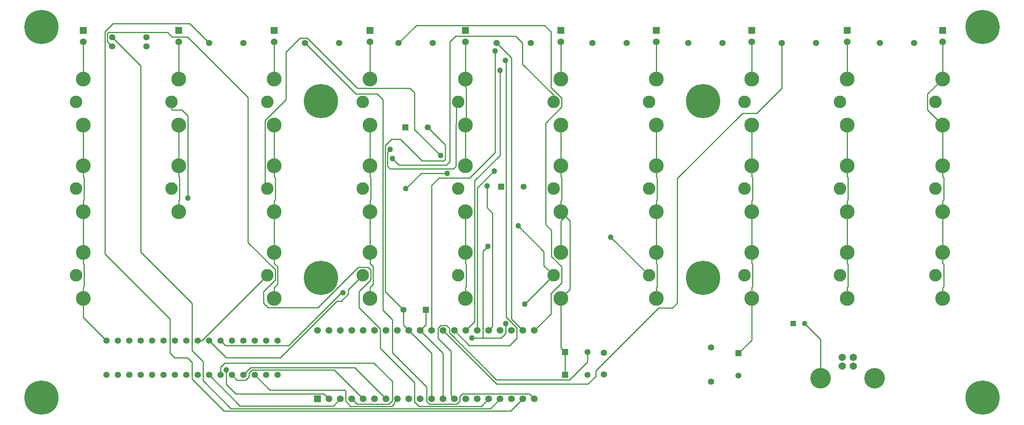
<source format=gbl>
%FSLAX23Y23*%
%MOIN*%
G70*
G01*
G75*
G04 Layer_Physical_Order=2*
%ADD10R,0.059X0.012*%
%ADD11O,0.059X0.012*%
%ADD12C,0.010*%
%ADD13C,0.300*%
%ADD14C,0.130*%
%ADD15C,0.110*%
%ADD16R,0.059X0.059*%
%ADD17C,0.059*%
%ADD18C,0.055*%
%ADD19R,0.053X0.053*%
%ADD20C,0.053*%
%ADD21C,0.047*%
%ADD22R,0.047X0.047*%
%ADD23R,0.059X0.059*%
%ADD24C,0.059*%
%ADD25C,0.065*%
%ADD26C,0.180*%
%ADD27C,0.050*%
D12*
X4670Y1840D02*
Y3114D01*
X4735Y3179D01*
X5004D01*
X5225Y3400D01*
Y4292D01*
X4770Y1840D02*
X5239Y1371D01*
X6040D01*
X6108Y1439D01*
Y1488D01*
X6659Y2039D01*
X6782D01*
X6823Y2080D01*
Y3173D01*
X7396Y3746D01*
X7520D01*
X7740Y3966D01*
Y4360D01*
X4870Y1840D02*
X5001Y1709D01*
X5354D01*
X5415Y1770D01*
X5322Y1958D02*
Y4201D01*
X5415Y1770D02*
Y1865D01*
X5322Y1958D02*
X5415Y1865D01*
X5316Y4207D02*
X5322Y4201D01*
X4970Y1840D02*
X5047Y1917D01*
Y3154D01*
X5269Y3376D01*
Y4121D01*
X5240Y4360D02*
X5368Y4232D01*
Y1942D02*
Y4232D01*
Y1942D02*
X5470Y1840D01*
X5668Y2770D02*
Y3659D01*
X5570Y1840D02*
X5715Y1985D01*
X5668Y3659D02*
X5809Y3800D01*
X4380Y4360D02*
X4535Y4515D01*
X5661D01*
X5716Y4460D01*
X5715Y1985D02*
Y2165D01*
X5809Y2259D01*
Y2400D01*
X5721Y2488D02*
X5809Y2400D01*
X5721Y2488D02*
Y2717D01*
X5716Y3971D02*
Y4460D01*
X5668Y2770D02*
X5721Y2717D01*
X5716Y3971D02*
X5809Y3878D01*
Y3800D02*
Y3878D01*
X4325Y1645D02*
Y1934D01*
X4242Y2017D02*
Y3864D01*
X4325Y1645D02*
X4625Y1345D01*
X4242Y2017D02*
X4325Y1934D01*
X3560Y4360D02*
X4007Y3913D01*
X4193D01*
X4242Y3864D01*
X4650Y1195D02*
X4890D01*
X4625Y1220D02*
X4650Y1195D01*
X4890D02*
X4915Y1220D01*
Y1260D01*
X4625Y1220D02*
Y1345D01*
X4915Y1260D02*
X4940Y1285D01*
X5525D01*
X5570Y1240D01*
X2377Y1640D02*
Y1940D01*
X2417Y1600D02*
X2530D01*
X2377Y1640D02*
X2417Y1600D01*
X1807Y2510D02*
Y4461D01*
X1876Y4530D01*
X1807Y2510D02*
X2377Y1940D01*
X1876Y4530D02*
X2550D01*
X2851Y1134D02*
X5364D01*
X2570Y1415D02*
X2851Y1134D01*
X5364D02*
X5470Y1240D01*
X2570Y1415D02*
Y1560D01*
X2530Y1600D02*
X2570Y1560D01*
X2550Y4530D02*
X2720Y4360D01*
X3195Y2080D02*
Y2181D01*
X2528Y4415D02*
X3060Y3883D01*
Y2611D02*
Y3883D01*
X3195Y2080D02*
X3235Y2040D01*
X3673D01*
X3060Y2611D02*
X3298Y2373D01*
X3195Y2181D02*
X3298Y2284D01*
X1827Y4373D02*
X1870Y4330D01*
X1827Y4373D02*
Y4440D01*
X1840Y4453D01*
X2394Y4415D02*
X2528D01*
X1840Y4453D02*
X2356D01*
X2394Y4415D01*
X4520Y1214D02*
Y1386D01*
X4220Y1686D02*
X4520Y1386D01*
X4220Y1686D02*
Y1853D01*
X4520Y1214D02*
X4559Y1175D01*
X5105D01*
X5170Y1240D01*
X3298Y2284D02*
Y2373D01*
X4033Y2040D02*
Y2182D01*
X3673Y2040D02*
X4026Y2393D01*
X4112D01*
X4033Y2040D02*
X4220Y1853D01*
X4033Y2182D02*
X4135Y2284D01*
X4112Y2393D02*
X4135Y2370D01*
Y2284D02*
Y2370D01*
X2570Y1663D02*
Y2078D01*
X2119Y2529D02*
X2570Y2078D01*
X2119Y2529D02*
Y4161D01*
X1870Y4410D02*
X2119Y4161D01*
X2665Y1400D02*
X2910Y1155D01*
X5185D01*
X5270Y1240D01*
X2665Y1400D02*
Y1568D01*
X2570Y1663D02*
X2665Y1568D01*
X4838Y1272D02*
Y1658D01*
X4725Y1771D02*
X4838Y1658D01*
Y1272D02*
X4870Y1240D01*
X4825Y1820D02*
X5237Y1408D01*
X4725Y1771D02*
Y1860D01*
X4750Y1885D01*
X4825Y1820D02*
Y1860D01*
X4750Y1885D02*
X4800D01*
X4825Y1860D01*
X5237Y1408D02*
X5880D01*
X6037Y1565D01*
Y1650D01*
X1617Y1953D02*
X1820Y1750D01*
X1617Y1953D02*
Y2120D01*
Y2217D01*
X1624Y2224D01*
X1617Y2427D02*
X1624Y2420D01*
X1617Y2427D02*
Y2526D01*
Y2880D01*
X3291Y2120D02*
Y2217D01*
X1624Y2224D02*
Y2420D01*
X3291Y2217D02*
X3318Y2244D01*
X3291Y2427D02*
X3318Y2400D01*
Y2244D02*
Y2400D01*
X1617Y2880D02*
Y2977D01*
X2454Y2880D02*
Y2977D01*
X3291Y2427D02*
Y2526D01*
Y2880D01*
X4128Y2120D02*
Y2217D01*
X4570Y1840D02*
X4620Y1890D01*
X4570Y1840D02*
X4770Y1640D01*
Y1240D02*
Y1640D01*
X4620Y1890D02*
Y2020D01*
X4128Y2217D02*
X4155Y2244D01*
X4128Y2427D02*
X4155Y2400D01*
X4965Y2120D02*
Y2217D01*
X4155Y2244D02*
Y2400D01*
X4965Y2217D02*
X4972Y2224D01*
X4965Y2427D02*
X4972Y2420D01*
Y2224D02*
Y2420D01*
X4128Y2427D02*
Y2526D01*
Y2880D01*
X4965Y2427D02*
Y2526D01*
Y2880D01*
X1617Y2977D02*
X1624Y2984D01*
Y3180D01*
X2454Y2977D02*
X2461Y2984D01*
X1617Y3187D02*
X1624Y3180D01*
X2454Y3187D02*
X2461Y3180D01*
X1617Y3187D02*
Y3286D01*
Y3640D01*
X2454Y3187D02*
Y3286D01*
X3291Y2880D02*
Y2977D01*
X2461Y2984D02*
Y3180D01*
X4128Y2880D02*
Y2977D01*
X3291D02*
X3298Y2984D01*
Y3180D01*
X3291Y3187D02*
Y3286D01*
X2454D02*
Y3640D01*
X3291Y3187D02*
X3298Y3180D01*
X4128Y3187D02*
Y3286D01*
X1617Y4046D02*
Y4370D01*
X3291Y3286D02*
Y3640D01*
X2454Y4046D02*
Y4370D01*
X3291Y4046D02*
Y4370D01*
X4128Y2977D02*
X4135Y2984D01*
Y3180D01*
X4128Y3187D02*
X4135Y3180D01*
X4128Y3286D02*
Y3640D01*
Y4046D02*
Y4370D01*
X4965Y3286D02*
Y3640D01*
X4972D01*
Y3965D01*
X4965Y3972D02*
X4972Y3965D01*
X4965Y3972D02*
Y4046D01*
Y4370D01*
X5840Y1450D02*
Y1650D01*
X5802Y1688D02*
Y2120D01*
Y1688D02*
X5840Y1650D01*
X5802Y2120D02*
X5882Y2200D01*
X6639Y2120D02*
Y2217D01*
X7360Y1640D02*
X7476Y1756D01*
Y2120D01*
X6639Y2217D02*
X6646Y2224D01*
X7476Y2120D02*
Y2217D01*
X7483Y2224D01*
X5802Y2526D02*
Y2800D01*
X5842Y2840D01*
X5882Y2200D02*
Y2800D01*
X5842Y2840D02*
X5882Y2800D01*
X6646Y2224D02*
Y2420D01*
X6639Y2427D02*
X6646Y2420D01*
X7483Y2224D02*
Y2420D01*
X6639Y2427D02*
Y2526D01*
Y2880D01*
X7476Y2427D02*
X7483Y2420D01*
X7476Y2427D02*
Y2526D01*
Y2880D01*
X8080Y1420D02*
Y1760D01*
X7940Y1900D02*
X8080Y1760D01*
X8313Y2120D02*
Y2217D01*
X8320Y2224D01*
X8313Y2427D02*
X8320Y2420D01*
X8313Y2427D02*
Y2526D01*
X9150Y2120D02*
Y2217D01*
X8320Y2224D02*
Y2420D01*
X9150Y2217D02*
X9158Y2225D01*
Y2420D01*
X9150Y2428D02*
Y2526D01*
X8313D02*
Y2880D01*
X9150Y2526D02*
Y2880D01*
Y2428D02*
X9158Y2420D01*
X5802Y2880D02*
X5842Y2840D01*
X5802Y2880D02*
Y2977D01*
X6639Y2880D02*
Y2977D01*
X5802D02*
X5809Y2984D01*
X7476Y2880D02*
Y2977D01*
X5809Y2984D02*
Y3180D01*
X6639Y2977D02*
X6646Y2984D01*
X5802Y3187D02*
Y3286D01*
Y3640D01*
Y3187D02*
X5809Y3180D01*
X5802Y4046D02*
Y4370D01*
X6639Y3187D02*
Y3286D01*
Y3640D01*
X6646Y2984D02*
Y3180D01*
X6639Y3187D02*
X6646Y3180D01*
X6639Y4046D02*
Y4370D01*
X7476Y2977D02*
X7483Y2984D01*
Y3180D01*
X8313Y2880D02*
Y2977D01*
X7476Y3187D02*
X7483Y3180D01*
X8313Y2977D02*
X8320Y2984D01*
X7476Y3187D02*
Y3286D01*
Y3640D01*
X8313Y3187D02*
X8320Y3180D01*
X9150Y2880D02*
Y2977D01*
X8320Y2984D02*
Y3180D01*
X9150Y2977D02*
X9158Y2985D01*
X9150Y3188D02*
X9158Y3180D01*
Y2985D02*
Y3180D01*
X8313Y3187D02*
Y3286D01*
Y3640D01*
X9150Y3188D02*
Y3286D01*
Y3640D01*
X7476Y4046D02*
Y4370D01*
X9017Y3773D02*
X9150Y3640D01*
X9017Y3773D02*
Y3913D01*
X9150Y4046D01*
X8313D02*
Y4370D01*
X9150Y4046D02*
Y4370D01*
X4423Y1887D02*
X4470Y1840D01*
X4423Y1887D02*
Y2020D01*
X4470Y1840D02*
X4670Y1640D01*
Y1240D02*
Y1640D01*
X4262Y2181D02*
X4423Y2020D01*
X4262Y2181D02*
Y3461D01*
X4320Y3519D01*
X4397D02*
X4587Y3329D01*
X4320Y3519D02*
X4397D01*
X4587Y3329D02*
X4777D01*
X4788Y3340D01*
X4637Y3620D02*
X4788Y3469D01*
Y3340D02*
Y3469D01*
X2870Y1367D02*
X2952Y1285D01*
X3725D02*
X3770Y1240D01*
X2870Y1367D02*
Y1493D01*
X2952Y1285D02*
X3725D01*
X4282Y3280D02*
Y3405D01*
X4303Y3259D02*
X4863D01*
X4282Y3280D02*
X4303Y3259D01*
X4282Y3405D02*
X4306Y3429D01*
X4863Y3259D02*
X4884Y3280D01*
Y3650D01*
X4885Y3651D01*
Y3843D01*
X4902D01*
X4326Y3348D02*
X4384Y3290D01*
X4800D01*
X4831Y3321D01*
X5739Y3843D02*
Y3903D01*
X4831Y3321D02*
Y4371D01*
X5466Y4176D02*
X5739Y3903D01*
X4831Y4371D02*
X4880Y4420D01*
X5406D01*
X5466Y4176D02*
Y4360D01*
X5406Y4420D02*
X5466Y4360D01*
X2620Y1750D02*
X2655D01*
X3228Y2323D01*
X2720Y1750D02*
X2870Y1600D01*
X3342D01*
X3841Y2099D01*
X3878D01*
X3939Y2160D01*
Y2197D02*
X4065Y2323D01*
X3939Y2160D02*
Y2197D01*
X2820Y1750D02*
X2863Y1707D01*
X3416D01*
X3879Y2170D01*
X3892D01*
X5487Y2071D02*
X5739Y2323D01*
X5654Y2408D02*
X5739Y2323D01*
X5654Y2408D02*
Y2531D01*
X5428Y2757D02*
X5654Y2531D01*
X6240Y2659D02*
X6576Y2323D01*
X5023Y1776D02*
X5120D01*
X5280D01*
X5120D02*
Y2535D01*
X5164Y2579D01*
X5280Y1776D02*
X5320Y1816D01*
Y1900D01*
X3210Y3083D02*
X3228D01*
X3210D02*
Y3680D01*
X3394Y3864D01*
Y4280D01*
X3517Y4403D01*
X3580D01*
X4018Y3965D01*
X4521Y3600D02*
Y3924D01*
X4018Y3965D02*
X4480D01*
X4521Y3924D01*
Y3600D02*
X4748Y3373D01*
X4444Y3083D02*
X4580Y3219D01*
X4805D01*
X2391Y3773D02*
Y3843D01*
Y3773D02*
X2481D01*
X2534Y3720D01*
Y3002D02*
Y3720D01*
X2720Y1450D02*
X2991Y1179D01*
X3809D01*
X3870Y1240D01*
X2820Y1450D02*
Y1519D01*
X2855Y1554D01*
X3970Y1240D02*
X4015Y1195D01*
X4297D01*
X4325Y1223D01*
X2855Y1554D02*
X4164D01*
X4325Y1223D02*
Y1393D01*
X4164Y1554D02*
X4325Y1393D01*
X2920Y1450D02*
X2964Y1406D01*
X3040D01*
X3817Y1493D02*
X4070Y1240D01*
X3040Y1406D02*
X3070Y1436D01*
Y1468D01*
X3095Y1493D01*
X3817D01*
X3997Y1513D02*
X4270Y1240D01*
X3020Y1450D02*
X3083Y1513D01*
X3997D01*
X3251Y1319D02*
X3911D01*
X3120Y1450D02*
X3251Y1319D01*
X3960Y1175D02*
X4320D01*
X3915Y1220D02*
X3960Y1175D01*
X4320D02*
X4342Y1197D01*
Y1212D01*
X3915Y1220D02*
Y1315D01*
X3911Y1319D02*
X3915Y1315D01*
X4342Y1212D02*
X4370Y1240D01*
X5170Y1840D02*
X5204Y1874D01*
Y2869D01*
X5155Y2918D02*
X5204Y2869D01*
X5155Y2918D02*
Y3108D01*
X5070Y1840D02*
Y3090D01*
X5219Y3239D01*
D13*
X1250Y1250D02*
D03*
X3700Y2300D02*
D03*
X1250Y4500D02*
D03*
X3700Y3850D02*
D03*
X7050Y2300D02*
D03*
X9500Y1250D02*
D03*
X7050Y3850D02*
D03*
X9500Y4500D02*
D03*
D14*
X2454Y3286D02*
D03*
Y2880D02*
D03*
Y4046D02*
D03*
Y3640D02*
D03*
X1617Y2526D02*
D03*
Y2120D02*
D03*
Y3286D02*
D03*
Y2880D02*
D03*
X9150Y3286D02*
D03*
Y2880D02*
D03*
X8313Y3286D02*
D03*
Y2880D02*
D03*
X7476Y3286D02*
D03*
Y2880D02*
D03*
X6639Y3286D02*
D03*
Y2880D02*
D03*
X5802Y3286D02*
D03*
Y2880D02*
D03*
X4965Y3286D02*
D03*
Y2880D02*
D03*
X4128Y3286D02*
D03*
Y2880D02*
D03*
X3291Y3286D02*
D03*
Y2880D02*
D03*
X1617Y3640D02*
D03*
Y4046D02*
D03*
X9150Y2526D02*
D03*
Y2120D02*
D03*
X8313Y2526D02*
D03*
Y2120D02*
D03*
X7476Y2526D02*
D03*
Y2120D02*
D03*
X6639Y2526D02*
D03*
Y2120D02*
D03*
X5802Y2526D02*
D03*
Y2120D02*
D03*
X4965Y2526D02*
D03*
Y2120D02*
D03*
X4128Y2526D02*
D03*
Y2120D02*
D03*
X3291Y2526D02*
D03*
Y2120D02*
D03*
X9150Y4046D02*
D03*
Y3640D02*
D03*
X8313Y4046D02*
D03*
Y3640D02*
D03*
X7476Y4046D02*
D03*
Y3640D02*
D03*
X6639Y4046D02*
D03*
Y3640D02*
D03*
X5802Y4046D02*
D03*
Y3640D02*
D03*
X4965Y4046D02*
D03*
Y3640D02*
D03*
X4128Y4046D02*
D03*
Y3640D02*
D03*
X3291Y4046D02*
D03*
Y3640D02*
D03*
D15*
X2391Y3083D02*
D03*
Y3843D02*
D03*
X1554Y2323D02*
D03*
Y3083D02*
D03*
X9087D02*
D03*
X8250D02*
D03*
X7413D02*
D03*
X6576D02*
D03*
X5739D02*
D03*
X4902D02*
D03*
X4065D02*
D03*
X3228D02*
D03*
X1554Y3843D02*
D03*
X9087Y2323D02*
D03*
X8250D02*
D03*
X7413D02*
D03*
X6576D02*
D03*
X5739D02*
D03*
X4902D02*
D03*
X4065D02*
D03*
X3228D02*
D03*
X9087Y3843D02*
D03*
X8250D02*
D03*
X7413D02*
D03*
X6576D02*
D03*
X5739D02*
D03*
X4902D02*
D03*
X4065D02*
D03*
X3228D02*
D03*
D16*
X1617Y4470D02*
D03*
X2454D02*
D03*
X3291D02*
D03*
X4128D02*
D03*
X4965D02*
D03*
X5802D02*
D03*
X6639D02*
D03*
X7476D02*
D03*
X8313D02*
D03*
X9150D02*
D03*
D17*
X1617Y4370D02*
D03*
X2454D02*
D03*
X3291D02*
D03*
X4128D02*
D03*
X4965D02*
D03*
X5802D02*
D03*
X6639D02*
D03*
X7476D02*
D03*
X8313D02*
D03*
X9150D02*
D03*
D18*
X1870Y4410D02*
D03*
X2170D02*
D03*
X1870Y4330D02*
D03*
X2170D02*
D03*
X2720Y4360D02*
D03*
X3020D02*
D03*
X3560D02*
D03*
X3860D02*
D03*
X4380D02*
D03*
X4680D02*
D03*
X5240D02*
D03*
X5540D02*
D03*
X6080D02*
D03*
X6380D02*
D03*
X6920D02*
D03*
X7220D02*
D03*
X7740D02*
D03*
X8040D02*
D03*
X8600D02*
D03*
X8900D02*
D03*
X6180Y1646D02*
D03*
Y1454D02*
D03*
X7120Y1690D02*
D03*
Y1390D02*
D03*
X2620Y1750D02*
D03*
Y1450D02*
D03*
X2720Y1750D02*
D03*
Y1450D02*
D03*
X2820Y1750D02*
D03*
Y1450D02*
D03*
X2920Y1750D02*
D03*
Y1450D02*
D03*
X3020Y1750D02*
D03*
Y1450D02*
D03*
X3120Y1750D02*
D03*
Y1450D02*
D03*
X3220Y1750D02*
D03*
Y1450D02*
D03*
X3320Y1750D02*
D03*
Y1450D02*
D03*
X2520D02*
D03*
Y1750D02*
D03*
X2420Y1450D02*
D03*
Y1750D02*
D03*
X2320Y1450D02*
D03*
Y1750D02*
D03*
X2220Y1450D02*
D03*
Y1750D02*
D03*
X2120Y1450D02*
D03*
Y1750D02*
D03*
X2020Y1450D02*
D03*
Y1750D02*
D03*
X1920Y1450D02*
D03*
Y1750D02*
D03*
X1820Y1450D02*
D03*
Y1750D02*
D03*
D19*
X5840Y1650D02*
D03*
Y1450D02*
D03*
X7360Y1640D02*
D03*
X4440Y3620D02*
D03*
X5280Y3100D02*
D03*
X4620Y2020D02*
D03*
D20*
X6037Y1650D02*
D03*
Y1450D02*
D03*
X7360Y1443D02*
D03*
X4637Y3620D02*
D03*
X5477Y3100D02*
D03*
X4423Y2020D02*
D03*
D21*
X7940Y1900D02*
D03*
D22*
X7840D02*
D03*
D23*
X3670Y1240D02*
D03*
D24*
X3770D02*
D03*
X3870D02*
D03*
X3970D02*
D03*
X4070D02*
D03*
X4170D02*
D03*
X4270D02*
D03*
X4370D02*
D03*
X4470D02*
D03*
X4570D02*
D03*
X4670D02*
D03*
X4770D02*
D03*
X4870D02*
D03*
X4970D02*
D03*
X5070D02*
D03*
X5170D02*
D03*
X5270D02*
D03*
X5370D02*
D03*
X5470D02*
D03*
X5570D02*
D03*
X3670Y1840D02*
D03*
X3770D02*
D03*
X3870D02*
D03*
X3970D02*
D03*
X4070D02*
D03*
X4170D02*
D03*
X4270D02*
D03*
X4370D02*
D03*
X4470D02*
D03*
X4570D02*
D03*
X4670D02*
D03*
X4770D02*
D03*
X4870D02*
D03*
X4970D02*
D03*
X5070D02*
D03*
X5170D02*
D03*
X5270D02*
D03*
X5370D02*
D03*
X5470D02*
D03*
X5570D02*
D03*
D25*
X8366Y1527D02*
D03*
X8366Y1605D02*
D03*
X8268D02*
D03*
Y1527D02*
D03*
D26*
X8554Y1420D02*
D03*
X8080D02*
D03*
D27*
X5225Y4292D02*
D03*
X5316Y4207D02*
D03*
X5269Y4121D02*
D03*
X2870Y1493D02*
D03*
X4306Y3429D02*
D03*
X4326Y3348D02*
D03*
X3892Y2170D02*
D03*
X5487Y2071D02*
D03*
X5428Y2757D02*
D03*
X6240Y2659D02*
D03*
X5023Y1776D02*
D03*
X5164Y2579D02*
D03*
X5320Y1900D02*
D03*
X4748Y3373D02*
D03*
X4444Y3083D02*
D03*
X4805Y3219D02*
D03*
X2534Y3002D02*
D03*
X5155Y3108D02*
D03*
X5219Y3239D02*
D03*
M02*

</source>
